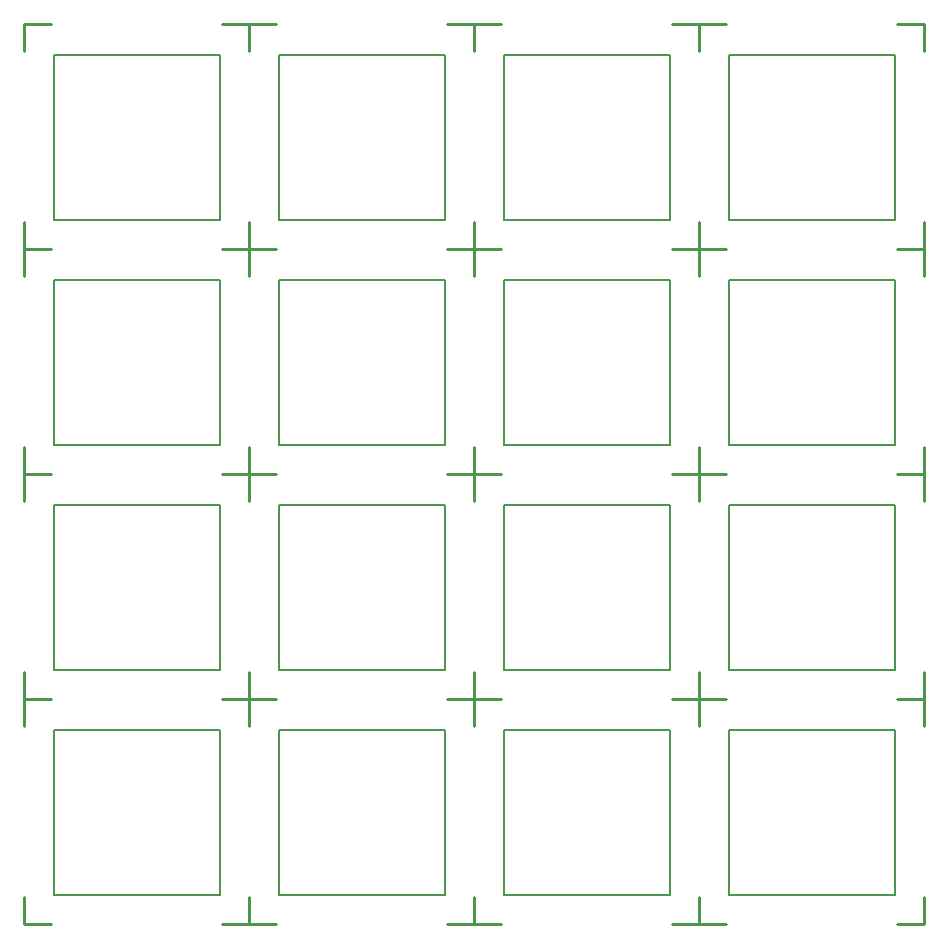
<source format=gto>
G04 #@! TF.GenerationSoftware,KiCad,Pcbnew,(5.0.1)-3*
G04 #@! TF.CreationDate,2020-04-26T02:33:59+05:00*
G04 #@! TF.ProjectId,hybrid_plate,6879627269645F706C6174652E6B6963,rev?*
G04 #@! TF.SameCoordinates,Original*
G04 #@! TF.FileFunction,Legend,Top*
G04 #@! TF.FilePolarity,Positive*
%FSLAX46Y46*%
G04 Gerber Fmt 4.6, Leading zero omitted, Abs format (unit mm)*
G04 Created by KiCad (PCBNEW (5.0.1)-3) date 26.04.2020 2:33:59*
%MOMM*%
%LPD*%
G01*
G04 APERTURE LIST*
%ADD10C,0.150000*%
%ADD11C,0.250000*%
G04 APERTURE END LIST*
D10*
G04 #@! TO.C,REF\002A\002A*
X299020000Y-156640000D02*
X292020000Y-156640000D01*
X292020000Y-156640000D02*
X292020000Y-170640000D01*
X292020000Y-170640000D02*
X306020000Y-170640000D01*
X306020000Y-170640000D02*
X306020000Y-156640000D01*
X306020000Y-156640000D02*
X299020000Y-156640000D01*
D11*
X289470000Y-173090000D02*
X289470000Y-170840000D01*
X289470000Y-173090000D02*
X291720000Y-173090000D01*
X289470000Y-154040000D02*
X289470000Y-156290000D01*
X289470000Y-154040000D02*
X291720000Y-154040000D01*
X308520000Y-154040000D02*
X306270000Y-154040000D01*
X308520000Y-154040000D02*
X308520000Y-156290000D01*
X308520000Y-173090000D02*
X308520000Y-170840000D01*
X308520000Y-173090000D02*
X306270000Y-173090000D01*
D10*
X279970000Y-156640000D02*
X272970000Y-156640000D01*
X272970000Y-156640000D02*
X272970000Y-170640000D01*
X272970000Y-170640000D02*
X286970000Y-170640000D01*
X286970000Y-170640000D02*
X286970000Y-156640000D01*
X286970000Y-156640000D02*
X279970000Y-156640000D01*
D11*
X270420000Y-173090000D02*
X270420000Y-170840000D01*
X270420000Y-173090000D02*
X272670000Y-173090000D01*
X270420000Y-154040000D02*
X270420000Y-156290000D01*
X270420000Y-154040000D02*
X272670000Y-154040000D01*
X289470000Y-154040000D02*
X287220000Y-154040000D01*
X289470000Y-154040000D02*
X289470000Y-156290000D01*
X289470000Y-173090000D02*
X289470000Y-170840000D01*
X289470000Y-173090000D02*
X287220000Y-173090000D01*
D10*
X260920000Y-156640000D02*
X253920000Y-156640000D01*
X253920000Y-156640000D02*
X253920000Y-170640000D01*
X253920000Y-170640000D02*
X267920000Y-170640000D01*
X267920000Y-170640000D02*
X267920000Y-156640000D01*
X267920000Y-156640000D02*
X260920000Y-156640000D01*
D11*
X251370000Y-173090000D02*
X251370000Y-170840000D01*
X251370000Y-173090000D02*
X253620000Y-173090000D01*
X251370000Y-154040000D02*
X251370000Y-156290000D01*
X251370000Y-154040000D02*
X253620000Y-154040000D01*
X270420000Y-154040000D02*
X268170000Y-154040000D01*
X270420000Y-154040000D02*
X270420000Y-156290000D01*
X270420000Y-173090000D02*
X270420000Y-170840000D01*
X270420000Y-173090000D02*
X268170000Y-173090000D01*
D10*
X318070000Y-156640000D02*
X311070000Y-156640000D01*
X311070000Y-156640000D02*
X311070000Y-170640000D01*
X311070000Y-170640000D02*
X325070000Y-170640000D01*
X325070000Y-170640000D02*
X325070000Y-156640000D01*
X325070000Y-156640000D02*
X318070000Y-156640000D01*
D11*
X308520000Y-173090000D02*
X308520000Y-170840000D01*
X308520000Y-173090000D02*
X310770000Y-173090000D01*
X308520000Y-154040000D02*
X308520000Y-156290000D01*
X308520000Y-154040000D02*
X310770000Y-154040000D01*
X327570000Y-154040000D02*
X325320000Y-154040000D01*
X327570000Y-154040000D02*
X327570000Y-156290000D01*
X327570000Y-173090000D02*
X327570000Y-170840000D01*
X327570000Y-173090000D02*
X325320000Y-173090000D01*
D10*
X318070000Y-137590000D02*
X311070000Y-137590000D01*
X311070000Y-137590000D02*
X311070000Y-151590000D01*
X311070000Y-151590000D02*
X325070000Y-151590000D01*
X325070000Y-151590000D02*
X325070000Y-137590000D01*
X325070000Y-137590000D02*
X318070000Y-137590000D01*
D11*
X308520000Y-154040000D02*
X308520000Y-151790000D01*
X308520000Y-154040000D02*
X310770000Y-154040000D01*
X308520000Y-134990000D02*
X308520000Y-137240000D01*
X308520000Y-134990000D02*
X310770000Y-134990000D01*
X327570000Y-134990000D02*
X325320000Y-134990000D01*
X327570000Y-134990000D02*
X327570000Y-137240000D01*
X327570000Y-154040000D02*
X327570000Y-151790000D01*
X327570000Y-154040000D02*
X325320000Y-154040000D01*
D10*
X299020000Y-137590000D02*
X292020000Y-137590000D01*
X292020000Y-137590000D02*
X292020000Y-151590000D01*
X292020000Y-151590000D02*
X306020000Y-151590000D01*
X306020000Y-151590000D02*
X306020000Y-137590000D01*
X306020000Y-137590000D02*
X299020000Y-137590000D01*
D11*
X289470000Y-154040000D02*
X289470000Y-151790000D01*
X289470000Y-154040000D02*
X291720000Y-154040000D01*
X289470000Y-134990000D02*
X289470000Y-137240000D01*
X289470000Y-134990000D02*
X291720000Y-134990000D01*
X308520000Y-134990000D02*
X306270000Y-134990000D01*
X308520000Y-134990000D02*
X308520000Y-137240000D01*
X308520000Y-154040000D02*
X308520000Y-151790000D01*
X308520000Y-154040000D02*
X306270000Y-154040000D01*
D10*
X279970000Y-137590000D02*
X272970000Y-137590000D01*
X272970000Y-137590000D02*
X272970000Y-151590000D01*
X272970000Y-151590000D02*
X286970000Y-151590000D01*
X286970000Y-151590000D02*
X286970000Y-137590000D01*
X286970000Y-137590000D02*
X279970000Y-137590000D01*
D11*
X270420000Y-154040000D02*
X270420000Y-151790000D01*
X270420000Y-154040000D02*
X272670000Y-154040000D01*
X270420000Y-134990000D02*
X270420000Y-137240000D01*
X270420000Y-134990000D02*
X272670000Y-134990000D01*
X289470000Y-134990000D02*
X287220000Y-134990000D01*
X289470000Y-134990000D02*
X289470000Y-137240000D01*
X289470000Y-154040000D02*
X289470000Y-151790000D01*
X289470000Y-154040000D02*
X287220000Y-154040000D01*
D10*
X260920000Y-137590000D02*
X253920000Y-137590000D01*
X253920000Y-137590000D02*
X253920000Y-151590000D01*
X253920000Y-151590000D02*
X267920000Y-151590000D01*
X267920000Y-151590000D02*
X267920000Y-137590000D01*
X267920000Y-137590000D02*
X260920000Y-137590000D01*
D11*
X251370000Y-154040000D02*
X251370000Y-151790000D01*
X251370000Y-154040000D02*
X253620000Y-154040000D01*
X251370000Y-134990000D02*
X251370000Y-137240000D01*
X251370000Y-134990000D02*
X253620000Y-134990000D01*
X270420000Y-134990000D02*
X268170000Y-134990000D01*
X270420000Y-134990000D02*
X270420000Y-137240000D01*
X270420000Y-154040000D02*
X270420000Y-151790000D01*
X270420000Y-154040000D02*
X268170000Y-154040000D01*
D10*
X260920000Y-118540000D02*
X253920000Y-118540000D01*
X253920000Y-118540000D02*
X253920000Y-132540000D01*
X253920000Y-132540000D02*
X267920000Y-132540000D01*
X267920000Y-132540000D02*
X267920000Y-118540000D01*
X267920000Y-118540000D02*
X260920000Y-118540000D01*
D11*
X251370000Y-134990000D02*
X251370000Y-132740000D01*
X251370000Y-134990000D02*
X253620000Y-134990000D01*
X251370000Y-115940000D02*
X251370000Y-118190000D01*
X251370000Y-115940000D02*
X253620000Y-115940000D01*
X270420000Y-115940000D02*
X268170000Y-115940000D01*
X270420000Y-115940000D02*
X270420000Y-118190000D01*
X270420000Y-134990000D02*
X270420000Y-132740000D01*
X270420000Y-134990000D02*
X268170000Y-134990000D01*
D10*
X279970000Y-118540000D02*
X272970000Y-118540000D01*
X272970000Y-118540000D02*
X272970000Y-132540000D01*
X272970000Y-132540000D02*
X286970000Y-132540000D01*
X286970000Y-132540000D02*
X286970000Y-118540000D01*
X286970000Y-118540000D02*
X279970000Y-118540000D01*
D11*
X270420000Y-134990000D02*
X270420000Y-132740000D01*
X270420000Y-134990000D02*
X272670000Y-134990000D01*
X270420000Y-115940000D02*
X270420000Y-118190000D01*
X270420000Y-115940000D02*
X272670000Y-115940000D01*
X289470000Y-115940000D02*
X287220000Y-115940000D01*
X289470000Y-115940000D02*
X289470000Y-118190000D01*
X289470000Y-134990000D02*
X289470000Y-132740000D01*
X289470000Y-134990000D02*
X287220000Y-134990000D01*
D10*
X299020000Y-118540000D02*
X292020000Y-118540000D01*
X292020000Y-118540000D02*
X292020000Y-132540000D01*
X292020000Y-132540000D02*
X306020000Y-132540000D01*
X306020000Y-132540000D02*
X306020000Y-118540000D01*
X306020000Y-118540000D02*
X299020000Y-118540000D01*
D11*
X289470000Y-134990000D02*
X289470000Y-132740000D01*
X289470000Y-134990000D02*
X291720000Y-134990000D01*
X289470000Y-115940000D02*
X289470000Y-118190000D01*
X289470000Y-115940000D02*
X291720000Y-115940000D01*
X308520000Y-115940000D02*
X306270000Y-115940000D01*
X308520000Y-115940000D02*
X308520000Y-118190000D01*
X308520000Y-134990000D02*
X308520000Y-132740000D01*
X308520000Y-134990000D02*
X306270000Y-134990000D01*
D10*
X318070000Y-118540000D02*
X311070000Y-118540000D01*
X311070000Y-118540000D02*
X311070000Y-132540000D01*
X311070000Y-132540000D02*
X325070000Y-132540000D01*
X325070000Y-132540000D02*
X325070000Y-118540000D01*
X325070000Y-118540000D02*
X318070000Y-118540000D01*
D11*
X308520000Y-134990000D02*
X308520000Y-132740000D01*
X308520000Y-134990000D02*
X310770000Y-134990000D01*
X308520000Y-115940000D02*
X308520000Y-118190000D01*
X308520000Y-115940000D02*
X310770000Y-115940000D01*
X327570000Y-115940000D02*
X325320000Y-115940000D01*
X327570000Y-115940000D02*
X327570000Y-118190000D01*
X327570000Y-134990000D02*
X327570000Y-132740000D01*
X327570000Y-134990000D02*
X325320000Y-134990000D01*
D10*
X318070000Y-99490000D02*
X311070000Y-99490000D01*
X311070000Y-99490000D02*
X311070000Y-113490000D01*
X311070000Y-113490000D02*
X325070000Y-113490000D01*
X325070000Y-113490000D02*
X325070000Y-99490000D01*
X325070000Y-99490000D02*
X318070000Y-99490000D01*
D11*
X308520000Y-115940000D02*
X308520000Y-113690000D01*
X308520000Y-115940000D02*
X310770000Y-115940000D01*
X308520000Y-96890000D02*
X308520000Y-99140000D01*
X308520000Y-96890000D02*
X310770000Y-96890000D01*
X327570000Y-96890000D02*
X325320000Y-96890000D01*
X327570000Y-96890000D02*
X327570000Y-99140000D01*
X327570000Y-115940000D02*
X327570000Y-113690000D01*
X327570000Y-115940000D02*
X325320000Y-115940000D01*
D10*
X299020000Y-99490000D02*
X292020000Y-99490000D01*
X292020000Y-99490000D02*
X292020000Y-113490000D01*
X292020000Y-113490000D02*
X306020000Y-113490000D01*
X306020000Y-113490000D02*
X306020000Y-99490000D01*
X306020000Y-99490000D02*
X299020000Y-99490000D01*
D11*
X289470000Y-115940000D02*
X289470000Y-113690000D01*
X289470000Y-115940000D02*
X291720000Y-115940000D01*
X289470000Y-96890000D02*
X289470000Y-99140000D01*
X289470000Y-96890000D02*
X291720000Y-96890000D01*
X308520000Y-96890000D02*
X306270000Y-96890000D01*
X308520000Y-96890000D02*
X308520000Y-99140000D01*
X308520000Y-115940000D02*
X308520000Y-113690000D01*
X308520000Y-115940000D02*
X306270000Y-115940000D01*
D10*
X279970000Y-99490000D02*
X272970000Y-99490000D01*
X272970000Y-99490000D02*
X272970000Y-113490000D01*
X272970000Y-113490000D02*
X286970000Y-113490000D01*
X286970000Y-113490000D02*
X286970000Y-99490000D01*
X286970000Y-99490000D02*
X279970000Y-99490000D01*
D11*
X270420000Y-115940000D02*
X270420000Y-113690000D01*
X270420000Y-115940000D02*
X272670000Y-115940000D01*
X270420000Y-96890000D02*
X270420000Y-99140000D01*
X270420000Y-96890000D02*
X272670000Y-96890000D01*
X289470000Y-96890000D02*
X287220000Y-96890000D01*
X289470000Y-96890000D02*
X289470000Y-99140000D01*
X289470000Y-115940000D02*
X289470000Y-113690000D01*
X289470000Y-115940000D02*
X287220000Y-115940000D01*
X270420000Y-115940000D02*
X268170000Y-115940000D01*
X270420000Y-115940000D02*
X270420000Y-113690000D01*
X270420000Y-96890000D02*
X270420000Y-99140000D01*
X270420000Y-96890000D02*
X268170000Y-96890000D01*
X251370000Y-96890000D02*
X253620000Y-96890000D01*
X251370000Y-96890000D02*
X251370000Y-99140000D01*
X251370000Y-115940000D02*
X253620000Y-115940000D01*
X251370000Y-115940000D02*
X251370000Y-113690000D01*
D10*
X267920000Y-99490000D02*
X260920000Y-99490000D01*
X267920000Y-113490000D02*
X267920000Y-99490000D01*
X253920000Y-113490000D02*
X267920000Y-113490000D01*
X253920000Y-99490000D02*
X253920000Y-113490000D01*
X260920000Y-99490000D02*
X253920000Y-99490000D01*
G04 #@! TD*
M02*

</source>
